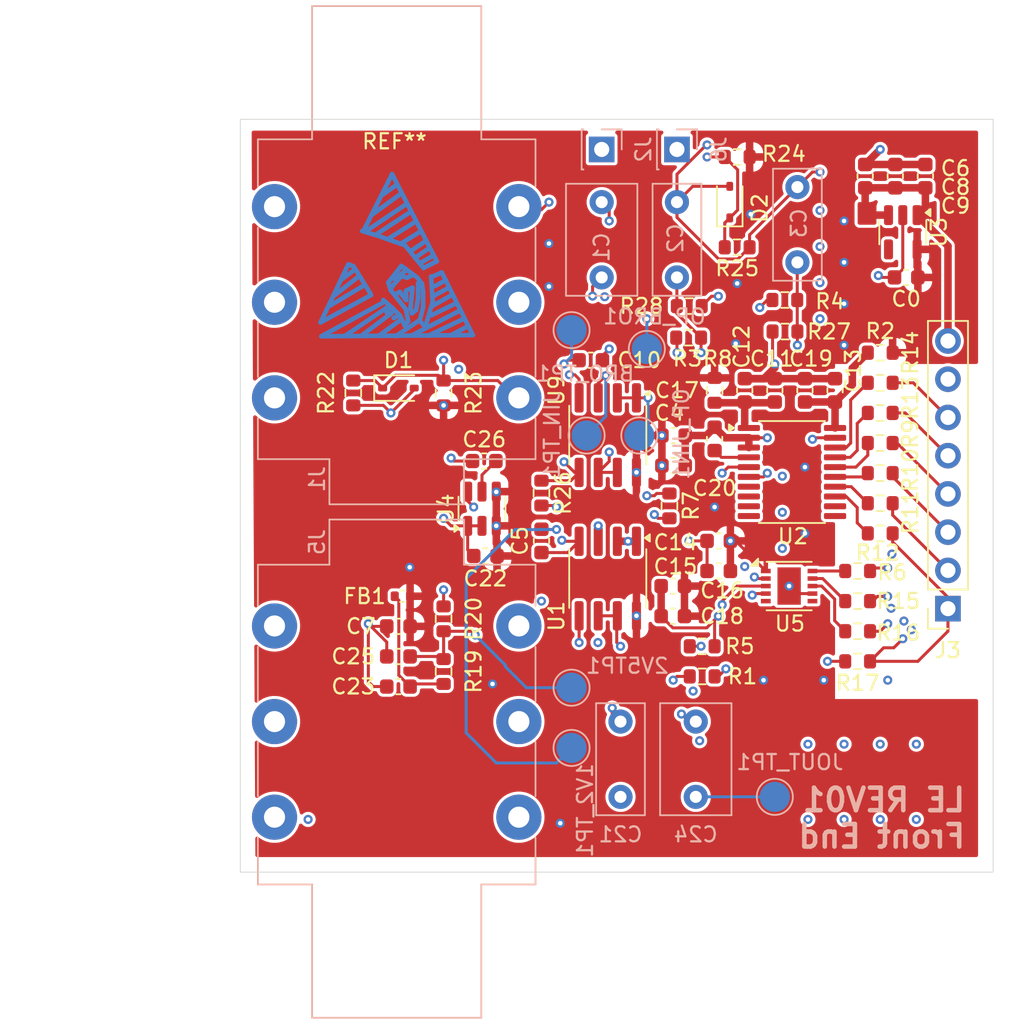
<source format=kicad_pcb>
(kicad_pcb (version 20241229) (generator "pcbnew") (generator_version "9.0")
  (layers (0 "F.Cu" mixed) (4 "In1.Cu" power "GND1") (6 "In2.Cu" mixed "Sig2") (8 "In3.Cu" mixed "Sig3") (10 "In4.Cu" power "GND2") (2 "B.Cu" jumper) (13 "F.Paste" user) (15 "B.Paste" user) (5 "F.SilkS" user "F.Silkscreen") (7 "B.SilkS" user "B.Silkscreen") (1 "F.Mask" user) (3 "B.Mask" user) (25 "Edge.Cuts" user))
  (net 0 "")
  (net 1 "+3V3_Analog")
  (net 2 "GND")
  (net 3 "/U1_REFERENCE_NON-INVERTING")
  (net 4 "/IN+")
  (net 5 "/IN-")
  (net 6 "Vin")
  (net 7 "/U9_input_neg")
  (net 8 "/POS_INPUT_SIG")
  (net 9 "/Neg_input_Header")
  (net 10 "Net-(U2-REFIN+{slash}OUT)")
  (net 11 "/VOUT")
  (net 12 "/SDO")
  (net 13 "/MCLK")
  (net 14 "/SCK")
  (net 15 "/{slash}IRQ")
  (net 16 "/SDI")
  (net 17 "/{slash}CS")
  (net 18 "Net-(U9A-+)")
  (net 19 "/ADC_PWR_AVDD")
  (net 20 "/2V5")
  (net 21 "Net-(U5-SDI)")
  (net 22 "/1V2")
  (net 23 "Net-(U2-SDO)")
  (net 24 "Net-(U2-SDI)")
  (net 25 "Net-(U2-SCK)")
  (net 26 "Net-(U2-*CS)")
  (net 27 "Net-(U2-*IRQ{slash}MDAT)")
  (net 28 "Net-(U2-MCLK)")
  (net 29 "Net-(U5-SCK)")
  (net 30 "Net-(U5-SDO)")
  (net 31 "Net-(U5-*CS)")
  (net 33 "/ADC_PWR_DVDD")
  (net 34 "/U1_INPUT_SIG")
  (net 35 "/2V5_INPUT_FILTER")
  (net 36 "/U1_OUTPUT_SIG")
  (net 37 "/U9_output_neg")
  (net 38 "Net-(U4-NR)")
  (net 47 "/OUTPUT_SIG")
  (net 48 "/U9_output_pos")
  (footprint "Capacitor_SMD:C_0603_1608Metric" (layer "F.Cu") (at 81.697352 134.195882)
    (property "Reference" "C26")
    (property "Value" "0.1u")
  )
  (footprint "Resistor_SMD:R_0603_1608Metric" (layer "F.Cu") (at 79 148.175 90)
    (property "Reference" "R19")
    (property "Value" "2.4k")
  )
  (footprint "Capacitor_SMD:C_0603_1608Metric" (layer "F.Cu") (at 109.725 122 180)
    (property "Reference" "C0")
    (property "Value" "1u")
  )
  (footprint "Capacitor_SMD:C_0603_1608Metric" (layer "F.Cu") (at 109 115.275 90)
    (property "Reference" "C8")
    (property "Value" "0.1u")
  )
  (footprint "Capacitor_SMD:C_0603_1608Metric" (layer "F.Cu") (at 76.00097 147.175)
    (property "Reference" "C25")
    (property "Value" "0.1u")
  )
  (footprint "Resistor_SMD:R_0402_1005Metric" (layer "F.Cu") (at 76.265 143.175 180)
    (property "Reference" "FB1")
    (property "Value" "FerriteBead_Small")
  )
  (footprint "Resistor_SMD:R_0603_1608Metric" (layer "F.Cu") (at 106.5 147.5 180)
    (property "Reference" "R17")
    (property "Value" "33")
  )
  (footprint "Diode_SMD:D_SOD-323" (layer "F.Cu") (at 76 129.35)
    (property "Reference" "D1")
    (property "Value" "TSD05CDYFR")
  )
  (footprint "Resistor_SMD:R_0603_1608Metric" (layer "F.Cu") (at 101.662928 123.5)
    (property "Reference" "R4")
    (property "Value" "100")
  )
  (footprint "Resistor_SMD:R_0603_1608Metric" (layer "F.Cu") (at 85.5 136.325 -90)
    (property "Reference" "R26")
    (property "Value" "1k")
  )
  (footprint "Capacitor_SMD:C_0603_1608Metric" (layer "F.Cu") (at 94.275 134.5 180)
    (property "Reference" "C4")
    (property "Value" "0.1u")
  )
  (footprint "Capacitor_SMD:C_0603_1608Metric" (layer "F.Cu") (at 107 115.275 90)
    (property "Reference" "C6")
    (property "Value" "10u")
  )
  (footprint "Capacitor_SMD:C_0603_1608Metric" (layer "F.Cu") (at 88.775 127.5 180)
    (property "Reference" "C10")
    (property "Value" "1u")
  )
  (footprint "Resistor_SMD:R_0603_1608Metric" (layer "F.Cu") (at 95.275 126)
    (property "Reference" "R3")
    (property "Value" "100")
  )
  (footprint "Resistor_SMD:R_0603_1608Metric" (layer "F.Cu") (at 106.5 141.5 180)
    (property "Reference" "R6")
    (property "Value" "33")
  )
  (footprint "Capacitor_SMD:C_0603_1608Metric" (layer "F.Cu") (at 111 115.275 90)
    (property "Reference" "C9")
    (property "Value" "10u")
  )
  (footprint "Capacitor_SMD:C_0603_1608Metric" (layer "F.Cu") (at 76.00097 145.175)
    (property "Reference" "C7")
    (property "Value" "1u")
  )
  (footprint "Diode_SMD:D_SOD-323" (layer "F.Cu") (at 98.005954 117 90)
    (property "Reference" "D2")
    (property "Value" "TSD05CDYFR")
  )
  (footprint "Resistor_SMD:R_0603_1608Metric" (layer "F.Cu") (at 96.175 146.5)
    (property "Reference" "R5")
    (property "Value" "1Meg")
  )
  (footprint "Resistor_SMD:R_0603_1608Metric" (layer "F.Cu") (at 97 129.5 -90)
    (property "Reference" "R8")
    (property "Value" "0")
  )
  (footprint "Capacitor_SMD:C_0603_1608Metric" (layer "F.Cu") (at 105 129.5 -90)
    (property "Reference" "C13")
    (property "Value" "0.1u")
  )
  (footprint "Resistor_SMD:R_0603_1608Metric" (layer "F.Cu") (at 98.5 120)
    (property "Reference" "R25")
    (property "Value" "1Meg")
  )
  (footprint "Resistor_SMD:R_0603_1608Metric" (layer "F.Cu") (at 108 129 180)
    (property "Reference" "R14")
    (property "Value" "33")
  )
  (footprint "Resistor_SMD:R_0603_1608Metric" (layer "F.Cu") (at 106.5 145.5 180)
    (property "Reference" "R16")
    (property "Value" "33")
  )
  (footprint "Package_SO:SOIC-8_3.9x4.9mm_P1.27mm" (layer "F.Cu") (at 89.905 132.475 -90)
    (property "Reference" "U9")
    (property "Value" "LME49721")
  )
  (footprint "Capacitor_SMD:C_0603_1608Metric" (layer "F.Cu") (at 94.225 144.5)
    (property "Reference" "C18")
    (property "Value" "0.1u")
  )
  (footprint "Capacitor_SMD:C_0603_1608Metric" (layer "F.Cu") (at 97.275 141.5)
    (property "Reference" "C15")
    (property "Value" "0.1u")
  )
  (footprint "Resistor_SMD:R_0603_1608Metric" (layer "F.Cu") (at 79 144.675 90)
    (property "Reference" "R20")
    (property "Value" "7.5k")
  )
  (footprint "Resistor_SMD:R_0603_1608Metric" (layer "F.Cu") (at 108 133 180)
    (property "Reference" "R9")
    (property "Value" "33")
  )
  (footprint "Resistor_SMD:R_0603_1608Metric" (layer "F.Cu") (at 98.5 114 180)
    (property "Reference" "R24")
    (property "Value" "1Meg")
  )
  (footprint "Resistor_SMD:R_0603_1608Metric" (layer "F.Cu") (at 106.5 143.5 180)
    (property "Reference" "R15")
    (property "Value" "33")
  )
  (footprint "Capacitor_SMD:C_0603_1608Metric" (layer "F.Cu") (at 76 149.175)
    (property "Reference" "C23")
    (property "Value" "0.1u")
  )
  (footprint "Resistor_SMD:R_0603_1608Metric" (layer "F.Cu") (at 96.175 148.5 180)
    (property "Reference" "R1")
    (property "Value" "100")
  )
  (footprint "Resistor_SMD:R_0603_1608Metric" (layer "F.Cu") (at 108 127)
    (property "Reference" "R2")
    (property "Value" "0")
  )
  (footprint "Capacitor_SMD:C_0603_1608Metric" (layer "F.Cu") (at 97 132.725 -90)
    (property "Reference" "C20")
    (property "Value" "0.1u")
  )
  (footprint "Resistor_SMD:R_0603_1608Metric" (layer "F.Cu") (at 108 131 180)
    (property "Reference" "R13")
    (property "Value" "33")
  )
  (footprint "Resistor_SMD:R_0603_1608Metric" (layer "F.Cu") (at 108 139 180)
    (property "Reference" "R12")
    (property "Value" "33")
  )
  (footprint "Package_SO:TSSOP-20_4.4x6.5mm_P0.65mm" (layer "F.Cu") (at 102.1375 134.925)
    (property "Reference" "U2")
    (property "Value" "MCP3461RT-E/ST")
  )
  (footprint "Package_DFN_QFN:DFN-10-1EP_3x3mm_P0.5mm_EP1.55x2.48mm" (layer "F.Cu") (at 101.95 142.5)
    (property "Reference" "U5")
    (property "Value" "MCP48CVD21T-E/MF")
  )
  (footprint "Capacitor_SMD:C_0603_1608Metric" (layer "F.Cu") (at 99 129.5 -90)
    (property "Reference" "C12")
    (property "Value" "0.1u")
  )
  (footprint "Resistor_SMD:R_0603_1608Metric" (layer "F.Cu") (at 73 129.675 -90)
    (property "Reference" "R22")
    (property "Value" "1Meg")
  )
  (footprint "Resistor_SMD:R_0603_1608Metric" (layer "F.Cu") (at 108 137 180)
    (property "Reference" "R11")
    (property "Value" "33")
  )
  (footprint "Resistor_SMD:R_0603_1608Metric" (layer "F.Cu") (at 95.319223 123.905259 180)
    (property "Reference" "R28")
    (property "Value" "10k")
  )
  (footprint "Connector_PinSocket_2.54mm:PinSocket_1x08_P2.54mm_Vertical" (layer "F.Cu") (at 112.5 144 180)
    (property "Reference" "J3")
    (property "Value" "Conn_01x06")
  )
  (footprint "Capacitor_SMD:C_0603_1608Metric" (layer "F.Cu") (at 94.275 132.5 180)
    (property "Reference" "C17")
    (property "Value" "0.1u")
  )
  (footprint "Package_TO_SOT_SMD:SOT-23-5" (layer "F.Cu") (at 109.5 119 -90)
    (property "Reference" "U3")
    (property "Value" "NCP163ASN330T1G")
  )
  (footprint "Resistor_SMD:R_0603_1608Metric" (layer "F.Cu") (at 108 135 180)
    (property "Reference" "R10")
    (property "Value" "33")
  )
  (footprint "Symbol:Symbol_ESD-Logo_CopperTop" (layer "F.Cu") (at 75.78975 122.5189)
    (property "Reference" "REF**")
    (property "Value" "Symbol_ESD-Logo_CopperTop")
  )
  (footprint "Resistor_SMD:R_0603_1608Metric" (layer "F.Cu") (at 79 129.675 90)
    (property "Reference" "R23")
    (property "Value" "1Meg")
  )
  (footprint "Capacitor_SMD:C_0603_1608Metric" (layer "F.Cu") (at 94.225 142.5)
    (property "Reference" "C16")
    (property "Value" "0.1u")
  )
  (footprint "Resistor_SMD:R_0603_1608Metric" (layer "F.Cu") (at 101.675 125.594741)
    (property "Reference" "R27")
    (property "Value" "10k")
  )
  (footprint "Package_TO_SOT_SMD:SOT-23-6" (layer "F.Cu") (at 81.55 137.3625 90)
    (property "Reference" "U4")
    (property "Value" "REF35120QDBVR")
  )
  (footprint "Resistor_SMD:R_0603_1608Metric" (layer "F.Cu") (at 94 137.175 -90)
    (property "Reference" "R7")
    (property "Value" "1k")
  )
  (footprint "Capacitor_SMD:C_0603_1608Metric" (layer "F.Cu") (at 97.275 139.5)
    (property "Reference" "C14")
    (property "Value" "10u")
  )
  (footprint "Capacitor_SMD:C_0603_1608Metric" (layer "F.Cu") (at 103 129.5 -90)
    (property "Reference" "C19")
    (property "Value" "0.1u")
  )
  (footprint "Package_SO:SOIC-8_3.9x4.9mm_P1.27mm" (layer "F.Cu") (at 89.905 142 -90)
    (property "Reference" "U1")
    (property "Value" "LME49721")
  )
  (footprint "Capacitor_SMD:C_0603_1608Metric" (layer "F.Cu") (at 101 129.5 -90)
    (property "Reference" "C11")
    (property "Value" "0.1u")
  )
  (footprint "Capacitor_SMD:C_0603_1608Metric" (layer "F.Cu") (at 85.5 139.5 90)
    (property "Reference" "C5")
    (property "Value" "1u")
  )
  (footprint "Capacitor_SMD:C_0603_1608Metric" (layer "F.Cu") (at 81.775 140.5)
    (property "Reference" "C22")
    (property "Value" "0.1u")
  )
  (footprint "Capacitor_THT:C_Rect_L7.2mm_W3.0mm_P5.00mm_FKS2_FKP2_MKS2_MKP2" (layer "B.Cu") (at 94.5 117 -90)
    (property "Reference" "C2")
    (property "Value" "47n")
  )
  (footprint "Connector_Audio:Jack_6.35mm_Neutrik_NMJ6HFD2_Horizontal" (layer "B.Cu") (at 67.77 145.15 -90)
    (property "Reference" "J5")
    (property "Value" "Barrel_Jack")
  )
  (footprint "TestPoint:TestPoint_Pad_D2.0mm" (layer "B.Cu") (at 88.5 132.5 180)
    (property "Reference" "JIN_TP1")
    (property "Value" "TestPoint")
  )
  (footprint "Capacitor_THT:C_Rect_L7.2mm_W3.0mm_P5.00mm_FKS2_FKP2_MKS2_MKP2" (layer "B.Cu") (at 90.75 156.5 90)
    (property "Reference" "C21")
    (property "Value" "0.1u")
  )
  (footprint "Capacitor_THT:C_Rect_L7.2mm_W4.5mm_P5.00mm_FKS2_FKP2_MKS2_MKP2" (layer "B.Cu") (at 95.75 151.5 -90)
    (property "Reference" "C24")
    (property "Value" "1u")
  )
  (footprint "Connector_Audio:Jack_6.35mm_Neutrik_NMJ6HFD2_Horizontal" (layer "B.Cu") (at 84 130 90)
    (property "Reference" "J1")
    (property "Value" "Barrel_Jack")
  )
  (footprint "TestPoint:TestPoint_Pad_D2.0mm" (layer "B.Cu") (at 87.5 153.25 180)
    (property "Reference" "1V2_TP1")
    (property "Value" "TestPoint")
  )
  (footprint "TestPoint:TestPoint_Pad_D2.0mm" (layer "B.Cu") (at 92.5 126.75 180)
    (property "Reference" "OP_BRO1")
    (property "Value" "TestPoint")
  )
  (footprint "TestPoint:TestPoint_Pad_D2.0mm" (layer "B.Cu") (at 101 156.5 180)
    (property "Reference" "JOUT_TP1")
    (property "Value" "TestPoint")
  )
  (footprint "TestPoint:TestPoint_Pad_D2.0mm" (layer "B.Cu") (at 87.5 149.25 180)
    (property "Reference" "2V5TP1")
    (property "Value" "TestPoint")
  )
  (footprint "Capacitor_THT:C_Rect_L7.2mm_W4.5mm_P5.00mm_FKS2_FKP2_MKS2_MKP2" (layer "B.Cu") (at 89.5 122 90)
    (property "Reference" "C1")
    (property "Value" "1u")
  )
  (footprint "TestPoint:TestPoint_Pad_D2.0mm" (layer "B.Cu") (at 87.5 125.5 180)
    (property "Reference" "BRO_TP1")
    (property "Value" "TestPoint")
  )
  (footprint "Connector_PinSocket_2.54mm:PinSocket_1x01_P2.54mm_Vertical" (layer "B.Cu") (at 89.5 113.5 90)
    (property "Reference" "J2")
    (property "Value" "Conn_01x01")
  )
  (footprint "Capacitor_THT:C_Rect_L7.2mm_W3.0mm_P5.00mm_FKS2_FKP2_MKS2_MKP2" (layer "B.Cu") (at 102.5 116 -90)
    (property "Reference" "C3")
    (property "Value" "47n")
  )
  (footprint "Connector_PinSocket_2.54mm:PinSocket_1x01_P2.54mm_Vertical" (layer "B.Cu") (at 94.5 113.5 90)
    (property "Reference" "J6")
    (property "Value" "Conn_01x01")
  )
  (footprint "TestPoint:TestPoint_Pad_D2.0mm" (layer "B.Cu") (at 92 132.5 180)
    (property "Reference" "OP_JIN1")
    (property "Value" "TestPoint")
  )
  (gr_rect (start 65.5 111.5) (end 115.5 161.5) (stroke (width 0.05)) (fill no) (layer "Edge.Cuts"))
  (gr_text "LE REV01 \nFront End\n" (at 113.8 160 0) (layer "B.SilkS") (effects (font (size 1.5 1.5) (thickness 0.3) (bold yes)) (justify left bottom mirror)))
  (segment (start 98.5 139.5) (end 98.5 139.25) (width 0.2) (layer "F.Cu") (net 1))
  (segment (start 76.775 143.175) (end 76.775 145.17403) (width 0.2) (layer "F.Cu") (net 1))
  (segment (start 76.775 145.17403) (end 76.77597 145.175) (width 0.2) (layer "F.Cu") (net 1))
  (segment (start 93.5 134.5) (end 93.5 132.5) (width 0.2) (layer "F.Cu") (net 1))
  (segment (start 98.05 139.5) (end 98.05 141.5) (width 0.2) (layer "F.Cu") (net 1))
  (segment (start 100.4 141.5) (end 100.5 141.5) (width 0.2) (layer "F.Cu") (net 1))
  (segment (start 82.5 136.225) (end 82.5 136.25) (width 0.2) (layer "F.Cu") (net 1))
  (segment (start 98.05 139.5) (end 98.4 139.5) (width 0.2) (layer "F.Cu") (net 1))
  (segment (start 98.4 139.5) (end 100.4 141.5) (width 0.2) (layer "F.Cu") (net 1))
  (via (at 82.5 136.25) (size 0.6) (drill 0.3) (layers "F.Cu" "B.Cu") (net 1))
  (via (at 104.25 148.75) (size 0.6) (drill 0.3) (layers "F.Cu" "B.Cu") (net 1))
  (via (at 105.6 118.25) (size 0.6) (drill 0.3) (layers "F.Cu" "B.Cu") (net 1))
  (via (at 105.6 121) (size 0.6) (drill 0.3) (layers "F.Cu" "B.Cu") (net 1))
  (via (at 86.75 158.25) (size 0.6) (drill 0.3) (layers "F.Cu" "B.Cu") (net 1))
  (via (at 98.4 126.4) (size 0.6) (drill 0.3) (layers "F.Cu" "B.Cu") (net 1))
  (via (at 103 134.6) (size 0.6) (drill 0.3) (layers "F.Cu" "B.Cu") (net 1))
  (via (at 105.6 126.5) (size 0.6) (drill 0.3) (layers "F.Cu" "B.Cu") (net 1))
  (via (at 91.81 144.475) (size 0.6) (drill 0.3) (layers "F.Cu" "B.Cu") (net 1))
  (via (at 98.05 139.5) (size 0.6) (drill 0.3) (layers "F.Cu" "B.Cu") (net 1))
  (via (at 79 130.5) (size 0.6) (drill 0.3) (layers "F.Cu" "B.Cu") (net 1))
  (via (at 98.5 122.4) (size 0.6) (drill 0.3) (layers "F.Cu" "B.Cu") (net 1))
  (via (at 91.81 134.95) (size 0.6) (drill 0.3) (layers "F.Cu" "B.Cu") (net 1))
  (via (at 105.6 123.75) (size 0.6) (drill 0.3) (layers "F.Cu" "B.Cu") (net 1))
  (via (at 100.25 148.75) (size 0.6) (drill 0.3) (layers "F.Cu" "B.Cu") (net 1))
  (via (at 93.5 132.5) (size 0.6) (drill 0.3) (layers "F.Cu" "B.Cu") (net 1))
  (via (at 86 119.75) (size 0.6) (drill 0.3) (layers "F.Cu" "B.Cu") (net 1))
  (via (at 86 122.6) (size 0.6) (drill 0.3) (layers "F.Cu" "B.Cu") (net 1))
  (via (at 108.5 148.75) (size 0.6) (drill 0.3) (layers "F.Cu" "B.Cu") (net 1))
  (via (at 82.25 149) (size 0.6) (drill 0.3) (layers "F.Cu" "B.Cu") (net 1))
  (via (at 97 137.25) (size 0.6) (drill 0.3) (layers "F.Cu" "B.Cu") (net 1))
  (via (at 76.75 141.25) (size 0.6) (drill 0.3) (layers "F.Cu" "B.Cu") (net 1))
  (via (at 93.5 134.5) (size 0.6) (drill 0.3) (layers "F.Cu" "B.Cu") (net 1))
  (via (at 82.5 138.5) (size 0.6) (drill 0.3) (layers "F.Cu" "B.Cu") (net 1))
  (via (at 103 139) (size 0.6) (drill 0.3) (layers "F.Cu" "B.Cu") (net 1))
  (via (at 99.4 117.8) (size 0.6) (drill 0.3) (layers "F.Cu" "B.Cu") (net 1))
  (segment (start 100.275 128.725) (end 99 128.725) (width 0.5) (layer "F.Cu") (net 2))
  (segment (start 87.357772 128.465544) (end 87.715544 128.465544) (width 0.2) (layer "F.Cu") (net 2))
  (segment (start 84.2 117.5) (end 84 117.3) (width 0.2) (layer "F.Cu") (net 2))
  (segment (start 74 145) (end 74 148.85) (width 0.2) (layer "F.Cu") (net 2))
  (segment (start 96.45006 113.199997) (end 94.5 115.150057) (width 0.2) (layer "F.Cu") (net 2))
  (segment (start 81.55 138.5) (end 80.6 138.5) (width 0.2) (layer "F.Cu") (net 2))
  (segment (start 109.5 121.45) (end 108.95 122) (width 0.2) (layer "F.Cu") (net 2))
  (segment (start 85.5 117.5) (end 84.2 117.5) (width 0.2) (layer "F.Cu") (net 2))
  (segment (start 96.45 132.5) (end 97 131.95) (width 0.5) (layer "F.Cu") (net 2))
  (segment (start 88 128.75) (end 88 130) (width 0.2) (layer "F.Cu") (net 2))
  (segment (start 100.5 132.65) (end 99.275 132.65) (width 0.2) (layer "F.Cu") (net 2))
  (segment (start 75.22597 147.175) (end 75.22597 146.22597) (width 0.2) (layer "F.Cu") (net 2))
  (segment (start 103.6 132.65) (end 103.5 132.75) (width 0.2) (layer "F.Cu") (net 2))
  (segment (start 96.5 113.199997) (end 96.45006 113.199997) (width 0.2) (layer "F.Cu") (net 2))
  (segment (start 75.22597 145.175) (end 74.175 145.175) (width 0.2) (layer "F.Cu") (net 2))
  (segment (start 99.325 119.175) (end 102.5 116) (width 0.2) (layer "F.Cu") (net 2))
  (segment (start 103.5 143) (end 102.45 143) (width 0.2) (layer "F.Cu") (net 2))
  (segment (start 109.5 117.8625) (end 109.5 121.45) (width 0.2) (layer "F.Cu") (net 2))
  (segment (start 95.05 132.5) (end 95.05 134.5) (width 0.5) (layer "F.Cu") (net 2))
  (segment (start 87 140.275) (end 85.5 140.275) (width 0.2) (layer "F.Cu") (net 2))
  (segment (start 99.275 132.65) (end 99.275 133.3) (width 0.5) (layer "F.Cu") (net 2))
  (segment (start 95.05 132.5) (end 96.45 132.5) (width 0.5) (layer "F.Cu") (net 2))
  (segment (start 88 139.525) (end 87.25 140.275) (width 0.2) (layer "F.Cu") (net 2))
  (segment (start 94.5 117) (end 94.5 118.014064) (width 0.2) (layer "F.Cu") (net 2))
  (segment (start 97 131.95) (end 97.7 132.65) (width 0.5) (layer "F.Cu") (net 2))
  (segment (start 97 144.75) (end 97.25 144.5) (width 0.2) (layer "F.Cu") (net 2))
  (segment (start 99 128.725) (end 105 128.725) (width 0.5) (layer "F.Cu") (net 2))
  (segment (start 102.5 116) (end 103.5 115) (width 0.2) (layer "F.Cu") (net 2))
  (segment (start 86 117) (end 85.5 117.5) (width 0.2) (layer "F.Cu") (net 2))
  (segment (start 95.55 115.95) (end 94.5 117) (width 0.2) (layer "F.Cu") (net 2))
  (segment (start 102.45 143) (end 101.95 142.5) (width 0.2) (layer "F.Cu") (net 2))
  (segment (start 101 127.75) (end 101 128) (width 0.5) (layer "F.Cu") (net 2))
  (segment (start 95.3 139.5) (end 96.5 139.5) (width 0.2) (layer "F.Cu") (net 2))
  (segment (start 100.85 127.6) (end 100.85 125.594741) (width 0.2) (layer "F.Cu") (net 2))
  (segment (start 74.175 145.175) (end 74 145) (width 0.2) (layer "F.Cu") (net 2))
  (segment (start 94.226 145.276) (end 96.474 145.276) (width 0.2) (layer "F.Cu") (net 2))
  (segment (start 79.5 138.5) (end 79 138) (width 0.2) (layer "F.Cu") (net 2))
  (segment (start 108 122) (end 108.95 122) (width 0.2) (layer "F.Cu") (net 2))
  (segment (start 99.325 120) (end 99.325 119.175) (width 0.2) (layer "F.Cu") (net 2))
  (segment (start 75.22597 146.22597) (end 74 145) (width 0.2) (layer "F.Cu") (net 2))
  (segment (start 93.45 142.5) (end 93.45 144.5) (width 0.5) (layer "F.Cu") (net 2))
  (segment (start 88 139.525) (end 86.920676 139.525) (width 0.2) (layer "F.Cu") (net 2))
  (segment (start 105 132.65) (end 103.6 132.65) (width 0.2) (layer "F.Cu") (net 2))
  (segment (start 96.474 145.276) (end 97.25 144.5) (width 0.2) (layer "F.Cu") (net 2))
  (segment (start 77.05 129.35) (end 77.05 129.45) (width 0.2) (layer "F.Cu") (net 2))
  (segment (start 73 130.5) (end 75 130.5) (width 0.2) (layer "F.Cu") (net 2))
  (segment (start 80.6 138.5) (end 80.6 140.1) (width 0.2) (layer "F.Cu") (net 2))
  (segment (start 93.45 144.5) (end 94.226 145.276) (width 0.2) (layer "F.Cu") (net 2))
  (segment (start 96.5 141.5) (end 96.5 139.5) (width 0.2) (layer "F.Cu") (net 2))
  (segment (start 80.6 140.1) (end 81 140.5) (width 0.2) (layer "F.Cu") (net 2))
  (segment (start 86.920676 139.525) (end 86.853108 139.457432) (width 0.2) (layer "F.Cu") (net 2))
  (segment (start 87.715544 128.465544) (end 88 128.75) (width 0.2) (layer "F.Cu") (net 2))
  (segment (start 80.6 138.5) (end 79.5 138.5) (width 0.2) (layer "F.Cu") (net 2))
  (segment (start 80.922352 134.195882) (end 79.695882 134.195882) (width 0.2) (layer "F.Cu") (net 2))
  (segment (start 98.005954 115.95) (end 95.55 115.95) (width 0.2) (layer "F.Cu") (net 2))
  (segment (start 74 148.85) (end 74.325 149.175) (width 0.2) (layer "F.Cu") (net 2))
  (segment (start 96.799482 123.25) (end 96.144223 123.905259) (width 0.2) (layer "F.Cu") (net 2))
  (segment (start 97.261936 120.776) (end 98.549 120.776) (width 0.2) (layer "F.Cu") (net 2))
  (segment (start 107.875 121.875) (end 108 122) (width 0.2) (layer "F.Cu") (net 2))
  (segment (start 97.25 123.25) (end 96.799482 123.25) (width 0.2) (layer "F.Cu") (net 2))
  (segment (start 97 146.5) (end 97 144.75) (width 0.2) (layer "F.Cu") (net 2))
  (segment (start 79 143.85) (end 79 142.75) (width 0.2) (layer "F.Cu") (net 2))
  (segment (start 107 114.5) (end 111 114.5) (width 0.5) (layer "F.Cu") (net 2))
  (segment (start 97.7 132.65) (end 99.275 132.65) (width 0.5) (layer "F.Cu") (net 2))
  (segment (start 98.549 120.776) (end 99.325 120) (width 0.2) (layer "F.Cu") (net 2))
  (segment (start 87.25 140.275) (end 87 140.275) (width 0.2) (layer "F.Cu") (net 2))
  (segment (start 101 127.75) (end 100.85 127.6) (width 0.2) (layer "F.Cu") (net 2))
  (segment (start 101 128) (end 100.275 128.725) (width 0.5) (layer "F.Cu") (net 2))
  (segment (start 94.5 118.014064) (end 97.261936 120.776) (width 0.2) (layer "F.Cu") (net 2))
  (segment (start 94.5 115.150057) (end 94.5 117) (width 0.2) (layer "F.Cu") (net 2))
  (segment (start 74.325 149.175) (end 75.225 149.175) (width 0.2) (layer "F.Cu") (net 2))
  (segment (start 103.5 115) (end 104 115) (width 0.2) (layer "F.Cu") (net 2))
  (segment (start 75 130.5) (end 75.5 131) (width 0.2) (layer "F.Cu") (net 2))
  (segment (start 77.05 129.45) (end 75.5 131) (width 0.2) (layer "F.Cu") (net 2))
  (segment (start 79.695882 134.195882) (end 79.5 134) (width 0.2) (layer "F.Cu") (net 2))
  (segment (start 108 113.5) (end 107 114.5) (width 0.5) (layer "F.Cu") (net 2))
  (via (at 97.25 123.25) (size 0.6) (drill 0.3) (layers "F.Cu" "B.Cu") (net 2))
  (via (at 101.5 135.2) (size 0.6) (drill 0.3) (layers "F.Cu" "B.Cu") (net 2))
  (via (at 96.004952 152.774758) (size 0.6) (drill 0.3) (layers "F.Cu" "B.Cu") (net 2))
  (via (at 105.6 153) (size 0.6) (drill 0.3) (layers "F.Cu" "B.Cu") (net 2))
  (via (at 75.5 131) (size 0.6) (drill 0.3) (layers "F.Cu" "B.Cu") (net 2))
  (via (at 108.725705 143.975705) (size 0.6) (drill 0.3) (layers "F.Cu" "B.Cu") (net 2))
  (via (at 99 141.2) (size 0.6) (drill 0.3) (layers "F.Cu" "B.Cu") (net 2))
  (via (at 108.77647 140.375) (size 0.6) (drill 0.3) (layers "F.Cu" "B.Cu") (net 2))
  (via (at 95.3 139.5) (size 0.6) (drill 0.3) (layers "F.Cu" "B.Cu") (net 2))
  (via (at 101 127.75) (size 0.6) (drill 0.3) (layers "F.Cu" "B.Cu") (net 2))
  (via (at 74 145) (size 0.6) (drill 0.3) (layers "F.Cu" "B.Cu") (net 2))
  (via (at 86 117) (size 0.6) (drill 0.3) (layers "F.Cu" "B.Cu") (net 2))
  (via (at 79 142.75) (size 0.6) (drill 0.3) (layers "F.Cu" "B.Cu") (net 2))
  (via (at 108 113.5) (size 0.6) (drill 0.3) (layers "F.Cu" "B.Cu") (net 2))
  (via (at 104 119.95) (size 0.6) (drill 0.3) (layers "F.Cu" "B.Cu") (net 2))
  (via (at 101.95 142.5) (size 0.6) (drill 0.3) (layers "F.Cu" "B.Cu") (net 2))
  (via (at 109.574235 144.824235) (size 0.6) (drill 0.3) (layers "F.Cu" "B.Cu") (net 2))
  (via (at 70 158) (size 0.6) (drill 0.3) (layers "F.Cu" "B.Cu") (net 2))
  (via (at 87.357772 128.465544) (size 0.6) (drill 0.3) (layers "F.Cu" "B.Cu") (net 2))
  (via (at 107.875 121.875) (size 0.6) (drill 0.3) (layers "F.Cu" "B.Cu") (net 2))
  (via (at 89.699999 123.284524) (size 0.6) (drill 0.3) (layers "F.Cu" "B.Cu") (net 2))
  (via (at 79 138) (size 0.6) (drill 0.3) (layers "F.Cu" "B.Cu") (net 2))
  (via (at 95.573514 149.474986) (size 0.6) (drill 0.3) (layers "F.Cu" "B.Cu") (net 2))
  (via (at 108 153) (size 0.6) (drill 0.3) (layers "F.Cu" "B.Cu") (net 2))
  (via (at 103.2 158) (size 0.6) (drill 0.3) (layers "F.Cu" "B.Cu") (net 2))
  (via (at 103.2 153) (size 0.6) (drill 0.3) (layers "F.Cu" "B.Cu") (net 2))
  (via (at 104 122.35) (size 0.6) (drill 0.3) (layers "F.Cu" "B.Cu") (net 2))
  (via (at 110.065687 145.4) (size 0.6) (drill 0.3) (layers "F.Cu" "B.Cu") (net 2))
  (via (at 89.25 146.25) (size 0.6) (drill 0.3) (layers "F.Cu" "B.Cu") (net 2))
  (via (at 97.25 144.5) (size 0.6) (drill 0.3) (layers "F.Cu" "B.Cu") (net 2))
  (via (at 104 115) (size 0.6) (drill 0.3) (layers "F.Cu" "B.Cu") (net 2))
  (via (at 85.5 143.5) (size 0.6) (drill 0.3) (layers "F.Cu" "B.Cu") (net 2))
  (via (at 110.4 158) (size 0.6) (drill 0.3) (layers "F.Cu" "B.Cu") (net 2))
  (via (at 101.5 137.6) (size 0.6) (drill 0.3) (layers "F.Cu" "B.Cu") (net 2))
  (via (at 96.5 113.199997) (size 0.6) (drill 0.3) (layers "F.Cu" "B.Cu") (net 2))
  (via (at 101.5 140) (size 0.6) (drill 0.3) (layers "F.Cu" "B.Cu") (net 2))
  (via (at 104 117.55) (size 0.6) (drill 0.3) (layers "F.Cu" "B.Cu") (net 2))
  (via (at 103.5 132.75) (size 0.6) (drill 0.3) (layers "F.Cu" "B.Cu") (net 2))
  (via (at 108 158) (size 0.6) (drill 0.3) (layers "F.Cu" "B.Cu") (net 2))
  (via (at 110.4 153) (size 0.6) (drill 0.3) (layers "F.Cu" "B.Cu") (net 2))
  (via (at 104 124.75) (size 0.6) (drill 0.3) (layers "F.Cu" "B.Cu") (net 2))
  (via (at 86.853108 139.457432) (size 0.6) (drill 0.3) (layers "F.Cu" "B.Cu") (net 2))
  (via (at 100.5 132.65) (size 0.6) (drill 0.3) (layers "F.Cu" "B.Cu") (net 2))
  (via (at 105.6 158) (size 0.6) (drill 0.3) (layers "F.Cu" "B.Cu") (net 2))
  (via (at 80 128.1) (size 0.6) (drill 0.3) (layers "F.Cu" "B.Cu") (net 2))
  (via (at 79.5 134) (size 0.6) (drill 0.3) (layers "F.Cu" "B.Cu") (net 2))
  (segment (start 89.27 138.5) (end 89.27 139.525) (width 0.2) (layer "F.Cu") (net 3))
  (segment (start 85.275 138.5) (end 85.516051 138.741051) (width 0.2) (layer "F.Cu") (net 3))
  (segment (start 80.6 136.225) (end 80.6 136.851842) (width 0.2) (layer "F.Cu") (net 3))
  (segment (start 80.6 136.851842) (end 80.999228 137.25107) (width 0.2) (layer "F.Cu") (net 3))
  (segment (start 85.516051 138.741051) (end 86.497017 138.741051) (width 0.2) (layer "F.Cu") (net 3))
  (via (at 80.999228 137.25107) (size 0.6) (drill 0.3) (layers "F.Cu" "B.Cu") (net 3))
  (via (at 89.27 138.5) (size 0.6) (drill 0.3) (layers "F.Cu" "B.Cu") (net 3))
  (via (at 86.497017 138.741051) (size 0.6) (drill 0.3) (layers "F.Cu" "B.Cu") (net 3))
  (segment (start 83.75 138.75) (end 80.5 142) (width 0.2) (layer "B.Cu") (net 3))
  (segment (start 86.5 154.25) (end 82.5 154.25) (width 0.2) (layer "B.Cu") (net 3))
  (segment (start 82.5 154.25) (end 80.5 152.25) (width 0.2) (layer "B.Cu") (net 3))
  (segment (start 87.5 153.25) (end 86.5 154.25) (width 0.2) (layer "B.Cu") (net 3))
  (segment (start 86.497017 138.741051) (end 85.483949 138.741051) (width 0.2) (layer "B.Cu") (net 3))
  (segment (start 85.475 138.75) (end 83.75 138.75) (width 0.2) (layer "B.Cu") (net 3))
  (segment (start 80.5 142) (end 80.5 152.25) (width 0.2) (layer "B.Cu") (net 3))
  (segment (start 85.483949 138.741051) (end 85.475 138.75) (width 0.2) (layer "B.Cu") (net 3))
  (segment (start 96.1 127) (end 96.1 126) (width 0.2) (layer "F.Cu") (net 4))
  (segment (start 94.494223 122.005777) (end 94.5 122) (width 0.2) (layer "F.Cu") (net 4))
  (segment (start 97.9 134.6) (end 97.5 135) (width 0.2) (layer "F.Cu") (net 4))
  (segment (start 99.275 134.6) (end 97.9 134.6) (width 0.2) (layer "F.Cu") (net 4))
  (segment (start 94.494223 123.905259) (end 94.494223 122.005777) (width 0.2) (layer "F.Cu") (net 4))
  (segment (start 94.494223 124.394223) (end 96.1 126) (width 0.2) (layer "F.Cu") (net 4))
  (segment (start 94.494223 123.905259) (end 94.494223 124.394223) (width 0.2) (layer "F.Cu") (net 4))
  (via (at 97.5 135) (size 0.6) (drill 0.3) (layers "F.Cu" "B.Cu") (net 4))
  (via (at 96.1 127) (size 0.6) (drill 0.3) (layers "F.Cu" "B.Cu") (net 4))
  (segment (start 102.487928 123.5) (end 102.487928 125.582669) (width 0.2) (layer "F.Cu") (net 5))
  (segment (start 102.5 126.5) (end 102.5 125.594741) (width 0.2) (layer "F.Cu") (net 5))
  (segment (start 102.487928 121.012072) (end 102.5 121) (width 0.2) (layer "F.Cu") (net 5))
  (segment (start 100.25 135.25) (end 100.5 135) (width 0.2) (layer "F.Cu") (net 5))
  (segment (start 102.487928 123.5) (end 102.487928 121.012072) (width 0.2) (layer "F.Cu") (net 5))
  (segment (start 102.487928 125.582669) (end 102.5 125.594741) (width 0.2) (layer "F.Cu") (net 5))
  (segment (start 99.275 135.25) (end 100.25 135.25) (width 0.2) (layer "F.Cu") (net 5))
  (via (at 100.5 135) (size 0.6) (drill 0.3) (layers "F.Cu" "B.Cu") (net 5))
  (via (at 102.5 126.5) (size 0.6) (drill 0.3) (layers "F.Cu" "B.Cu") (net 5))
  (segment (start 111 116.05) (end 111 117.3125) (width 0.5) (layer "F.Cu") (net 6))
  (segment (start 112.5 126.22) (end 112.5 119.9125) (width 0.5) (layer "F.Cu") (net 6))
  (segment (start 111 117.3125) (end 110.45 117.8625) (width 0.5) (layer "F.Cu") (net 6))
  (segment (start 112.5 119.9125) (end 110.45 117.8625) (width 0.5) (layer "F.Cu") (net 6))
  (segment (start 85.5 135.5) (end 87.45 135.5) (width 0.2) (layer "F.Cu") (net 7))
  (segment (start 88 127.5) (end 87.25 127.5) (width 0.2) (layer "F.Cu") (net 7))
  (segment (start 87.25 127.5) (end 87 127.75) (width 0.2) (layer "F.Cu") (net 7))
  (segment (start 87.45 135.5) (end 88 134.95) (width 0.2) (layer "F.Cu") (net 7))
  (segment (start 87.7 134.95) (end 87 134.25) (width 0.2) (layer "F.Cu") (net 7))
  (segment (start 88 134.95) (end 87.7 134.95) (width 0.2) (layer "F.Cu") (net 7))
  (via (at 87 127.75) (size 0.6) (drill 0.3) (layers "F.Cu" "B.Cu") (net 7))
  (via (at 87 134.25) (size 0.6) (drill 0.3) (layers "F.Cu" "B.Cu") (net 7))
  (segment (start 87.5 125.5) (end 87.5 127.25) (width 0.2) (layer "B.Cu") (net 7))
  (segment (start 87.5 127.25) (end 87 127.75) (width 0.2) (layer "B.Cu") (net 7))
  (segment (start 74.95 129.35) (end 75.8 128.5) (width 0.2) (layer "F.Cu") (net 8))
  (segment (start 83.75 130) (end 82.6 128.85) (width 0.2) (layer "F.Cu") (net 8))
  (segment (start 78.65 128.5) (end 79 128.85) (width 0.2) (layer "F.Cu") (net 8))
  (segment (start 88.895922 123.240071) (end 88.895922 122.604078) (width 0.2) (layer "F.Cu") (net 8))
  (segment (start 88.895922 122.604078) (end 89.5 122) (width 0.2) (layer "F.Cu") (net 8))
  (segment (start 79 127.5) (end 79 128.85) (width 0.2) (layer "F.Cu") (net 8))
  (segment (start 82.6 128.85) (end 79 128.85) (width 0.2) (layer "F.Cu") (net 8))
  (segment (start 74.45 128.85) (end 74.95 129.35) (width 0.2) (layer "F.Cu") (net 8))
  (segment (start 84 130) (end 83.75 130) (width 0.2) (layer "F.Cu") (net 8))
  (segment (start 75.8 128.5) (end 78.65 128.5) (width 0.2) (layer "F.Cu") (net 8))
  (segment (start 73 128.85) (end 74.45 128.85) (width 0.2) (layer "F.Cu") (net 8))
  (via (at 88.895922 123.240071) (size 0.6) (drill 0.3) (layers "F.Cu" "B.Cu") (net 8))
  (via (at 79 127.5) (size 0.6) (drill 0.3) (layers "F.Cu" "B.Cu") (net 8))
  (segment (start 97.675 120) (end 97.675 118.380954) (width 0.2) (layer "F.Cu") (net 9))
  (segment (start 89.5 127.25) (end 89.5 127.45) (width 0.2) (layer "F.Cu") (net 9))
  (segment (start 97.675 118.380954) (end 98.005954 118.05) (width 0.2) (layer "F.Cu") (net 9))
  (segment (start 98.531954 117.524) (end 98.531954 114.856954) (width 0.2) (layer "F.Cu") (net 9))
  (segment (start 98.005954 118.05) (end 98.531954 117.524) (width 0.2) (layer "F.Cu") (net 9))
  (segment (start 98.531954 114.856954) (end 97.675 114) (width 0.2) (layer "F.Cu") (net 9))
  (segment (start 89.5 127.45) (end 89.55 127.5) (width 0.2) (layer "F.Cu") (net 9))
  (segment (start 96.5 114) (end 97.675 114) (width 0.2) (layer "F.Cu") (net 9))
  (segment (start 90 126.75) (end 89.5 127.25) (width 0.2) (layer "F.Cu") (net 9))
  (via (at 90 126.75) (size 0.6) (drill 0.3) (layers "F.Cu" "B.Cu") (net 9))
  (via (at 96.5 114) (size 0.6) (drill 0.3) (layers "F.Cu" "B.Cu") (net 9))
  (segment (start 97 133.5) (end 97.45 133.95) (width 0.2) (layer "F.Cu") (net 10))
  (segment (start 97.45 133.95) (end 99.275 133.95) (width 0.2) (layer "F.Cu") (net 10))
  (segment (start 100.4 143) (end 99.6 143) (width 0.2) (layer "F.Cu") (net 11))
  (segment (start 99.6 143) (end 99.5 143.1) (width 0.2) (layer "F.Cu") (net 11))
  (segment (start 97.25 148.5) (end 97.75 148) (width 0.2) (layer "F.Cu") (net 11))
  (segment (start 97 148.5) (end 97.25 148.5) (width 0.2) (layer "F.Cu") (net 11))
  (via (at 99.5 143.1) (size 0.6) (drill 0.3) (layers "F.Cu" "B.Cu") (net 11))
  (via (at 97.75 148) (size 0.6) (drill 0.3) (layers "F.Cu" "B.Cu") (net 11))
  (segment (start 107.325 145.5) (end 108 145.5) (width 0.2) (layer "F.Cu") (net 12))
  (segment (start 107.325 145.5) (end 107.624 145.5) (width 0.2) (layer "F.Cu") (net 12))
  (segment (start 109.12 133) (end 112.5 136.38) (width 0.2) (layer "F.Cu") (net 12))
  (segment (start 108 145.5) (end 108.5 145) (width 0.2) (layer "F.Cu") (net 12))
  (segment (start 108.825 133) (end 109.12 133) (width 0.2) (layer "F.Cu") (net 12))
  (via (at 108.5 145) (size 0.6) (drill 0.3) (layers "F.Cu" "B.Cu") (net 12))
  (segment (start 110.2 129) (end 112.5 131.3) (width 0.2) (layer "F.Cu") (net 13))
  (segment (start 108.825 129) (end 110.2 129) (width 0.2) (layer "F.Cu") (net 13))
  (segment (start 107.5 143.5) (end 107.325 143.5) (width 0.2) (layer "F.Cu") (net 14))
  (segment (start 108.825 137) (end 108.825 137.785) (width 0.2) (layer "F.Cu") (net 14))
  (segment (start 108.825 137.785) (end 112.5 141.46) (width 0.2) (layer "F.Cu") (net 14))
  (segment (start 108.496338 143.185267) (end 107.814733 143.185267) (width 0.2) (layer "F.Cu") (net 14))
  (segment (start 107.814733 143.185267) (end 107.5 143.5) (width 0.2) (layer "F.Cu") (net 14))
  (via (at 108.496338 143.185267) (size 0.6) (drill 0.3) (layers "F.Cu" "B.Cu") (net 14))
  (segment (start 108.825 131) (end 109.66 131) (width 0.2) (layer "F.Cu") (net 15))
  (segment (start 109.66 131) (end 112.5 133.84) (width 0.2) (layer "F.Cu") (net 15))
  (segment (start 108.825 135.245) (end 112.5 138.92) (width 0.2) (layer "F.Cu") (net 16))
  (segment (start 108.825 135) (end 108.825 135.245) (width 0.2) (layer "F.Cu") (net 16))
  (segment (start 108.499262 141.299265) (end 107.525735 141.299265) (width 0.2) (layer "F.Cu") (net 16))
  (segment (start 108.5 141.300003) (end 108.499262 141.299265) (width 0.2) (layer "F.Cu") (net 16))
  (segment (start 107.525735 141.299265) (end 107.325 141.5) (width 0.2) (layer "F.Cu") (net 16))
  (via (at 108.5 141.300003) (size 0.6) (drill 0.3) (layers "F.Cu" "B.Cu") (net 16))
  (segment (start 108.825 139) (end 108.825 139.575) (width 0.2) (layer "F.Cu") (net 17))
  (segment (start 110.5 147.5) (end 112.5 145.5) (width 0.2) (layer "F.Cu") (net 17))
  (segment (start 112.5 143.25) (end 112.5 144) (width 0.2) (layer "F.Cu") (net 17))
  (segment (start 109.5 146) (end 108.9 146.6) (width 0.2) (layer "F.Cu") (net 17))
  (segment (start 108.225 146.6) (end 107.325 147.5) (width 0.2) (layer "F.Cu") (net 17))
  (segment (start 108.825 139.575) (end 112.5 143.25) (width 0.2) (layer "F.Cu") (net 17))
  (segment (start 107.325 147.5) (end 110.5 147.5) (width 0.2) (layer "F.Cu") (net 17))
  (segment (start 108.9 146.6) (end 108.225 146.6) (width 0.2) (layer "F.Cu") (net 17))
  (segment (start 112.5 145.5) (end 112.5 144) (width 0.2) (layer "F.Cu") (net 17))
  (via (at 109.5 146) (size 0.6) (drill 0.3) (layers "F.Cu" "B.Cu") (net 17))
  (segment (start 89.27 129.025001) (end 89.27 130) (width 0.2) (layer "F.Cu") (net 18))
  (segment (start 93 136.5) (end 93.15 136.35) (width 0.2) (layer "F.Cu") (net 18))
  (segment (start 89.795001 128.5) (end 89.772501 128.522501) (width 0.2) (layer "F.Cu") (net 18))
  (segment (start 90 118.25) (end 90 117.5) (width 0.2) (layer "F.Cu") (net 18))
  (segment (start 93.15 136.35) (end 94 136.35) (width 0.2) (layer "F.Cu") (net 18))
  (segment (start 89.772501 128.522501) (end 89.27 129.025001) (width 0.2) (layer "F.Cu") (net 18))
  (segment (start 92.5 136.5) (end 93 136.5) (width 0.2) (layer "F.Cu") (net 18))
  (segment (start 90 117.5) (end 89.5 117) (width 0.2) (layer "F.Cu") (net 18))
  (segment (start 89.27 130.346968) (end 89.27 130) (width 0.2) (layer "F.Cu") (net 18))
  (via (at 89.772501 128.522501) (size 0.6) (drill 0.3) (layers "F.Cu" "B.Cu") (net 18))
  (via (at 92.5 136.5) (size 0.6) (drill 0.3) (layers "F.Cu" "B.Cu") (net 18))
  (via (at 90 118.25) (size 0.6) (drill 0.3) (layers "F.Cu" "B.Cu") (net 18))
  (segment (start 88.5 132.5) (end 89.772501 131.227499) (width 0.2) (layer "B.Cu") (net 18))
  (segment (start 89.772501 131.227499) (end 89.772501 128.522501) (width 0.2) (layer "B.Cu") (net 18))
  (segment (start 97 130.325) (end 100.95 130.325) (width 0.5) (layer "F.Cu") (net 19))
  (segment (start 99 130.275) (end 99 131.725) (width 0.5) (layer "F.Cu") (net 19))
  (segment (start 100.95 130.325) (end 101 130.275) (width 0.2) (layer "F.Cu") (net 19))
  (segment (start 99 131.725) (end 99.275 132) (width 0.2) (layer "F.Cu") (net 19))
  (segment (start 80.85 145.5) (end 81.1 145.75) (width 0.2) (layer "F.Cu") (net 20))
  (segment (start 76.77597 147.175) (end 78.825 147.175) (width 0.2) (layer "F.Cu") (net 20))
  (segment (start 79 145.5) (end 79 147.35) (width 0.2) (layer "F.Cu") (net 20))
  (segment (start 98.5 142.5) (end 100.4 142.5) (width 0.2) (layer "F.Cu") (net 20))
  (segment (start 78.825 147.175) (end 79 147.35) (width 0.2) (layer "F.Cu") (net 20))
  (segment (start 97.502983 143.497017) (end 98.5 142.5) (width 0.2) (layer "F.Cu") (net 20))
  (segment (start 79 145.5) (end 80.85 145.5) (width 0.2) (layer "F.Cu") (net 20))
  (segment (start 97.502983 143.741051) (end 97.502983 143.497017) (width 0.2) (layer "F.Cu") (net 20))
  (via (at 97.502983 143.741051) (size 0.6) (drill 0.3) (layers "F.Cu" "B.Cu") (net 20))
  (via (at 81.1 145.75) (size 0.6) (drill 0.3) (layers "F.Cu" "B.Cu") (net 20))
  (segment (start 84.5 149.25) (end 87.5 149.25) (width 0.2) (layer "B.Cu") (net 20))
  (segment (start 81.1 145.75) (end 83.1 147.75) (width 0.2) (layer "B.Cu") (net 20))
  (segment (start 83.1 147.75) (end 83.1 147.85) (width 0.2) (layer "B.Cu") (net 20))
  (segment (start 83.1 147.85) (end 84.5 149.25) (width 0.2) (layer "B.Cu") (net 20))
  (segment (start 105.675 141.5) (end 103.5 141.5) (width 0.2) (layer "F.Cu") (net 21))
  (segment (start 94 138) (end 93.25 138) (width 0.2) (layer "F.Cu") (net 22))
  (segment (start 91.25 139.525) (end 90.54 139.525) (width 0.5) (layer "F.Cu") (net 22))
  (segment (start 93.25 138) (end 93 137.75) (width 0.2) (layer "F.Cu") (net 22))
  (segment (start 85.5 137.15) (end 86.4 137.15) (width 0.2) (layer "F.Cu") (net 22))
  (segment (start 86.4 137.15) (end 86.5 137.25) (width 0.2) (layer "F.Cu") (net 22))
  (segment (start 91.25 139.525) (end 91.81 139.525) (width 0.5) (layer "F.Cu") (net 22))
  (via (at 91.25 139.525) (size 0.6) (drill 0.3) (layers "F.Cu" "B.Cu") (net 22))
  (via (at 86.5 137.25) (size 0.6) (drill 0.3) (layers "F.Cu" "B.Cu") (net 22))
  (via (at 93 137.75) (size 0.6) (drill 0.3) (layers "F.Cu" "B.Cu") (net 22))
  (segment (start 107.175 133.810936) (end 106.385936 134.6) (width 0.2) (layer "F.Cu") (net 23))
  (segment (start 107.175 133) (end 107.175 133.810936) (width 0.2) (layer "F.Cu") (net 23))
  (segment (start 106.385936 134.6) (end 105 134.6) (width 0.2) (layer "F.Cu") (net 23))
  (segment (start 106.925 135.25) (end 105 135.25) (width 0.2) (layer "F.Cu") (net 24))
  (segment (start 107.175 135) (end 106.925 135.25) (width 0.2) (layer "F.Cu") (net 24))
  (segment (start 107.175 137) (end 106.075 135.9) (width 0.2) (layer "F.Cu") (net 25))
  (segment (start 106.075 135.9) (end 105 135.9) (width 0.2) (layer "F.Cu") (net 25))
  (segment (start 105 136.55) (end 105.737499 136.55) (width 0.2) (layer "F.Cu") (net 26))
  (segment (start 106.474 138.299) (end 107.175 139) (width 0.2) (layer "F.Cu") (net 26))
  (segment (start 106.474 137.286501) (end 106.474 138.299) (width 0.2) (layer "F.Cu") (net 26))
  (segment (start 105.737499 136.55) (end 106.474 137.286501) (width 0.2) (layer "F.Cu") (net 26))
  (segment (start 106.474 133.488064) (end 106.012064 133.95) (width 0.2) (layer "F.Cu") (net 27))
  (segment (start 106.474 131.701) (end 106.474 133.488064) (width 0.2) (layer "F.Cu") (net 27))
  (segment (start 106.012064 133.95) (end 105 133.95) (width 0.2) (layer "F.Cu") (net 27))
  (segment (start 107.175 131) (end 106.474 131.701) (width 0.2) (layer "F.Cu") (net 27))
  (segment (start 105.737499 133.3) (end 106.0385 132.998999) (width 0.2) (layer "F.Cu") (net 28))
  (segment (start 106.0385 130.1365) (end 107.175 129) (width 0.2) (layer "F.Cu") (net 28))
  (segment (start 106.0385 132.998999) (end 106.0385 130.1365) (width 0.2) (layer "F.Cu") (net 28))
  (segment (start 105 133.3) (end 105.737499 133.3) (width 0.2) (layer "F.Cu") (net 28))
  (segment (start 105.675 143.5) (end 104.175 142) (width 0.2) (layer "F.Cu") (net 29))
  (segment (start 104.175 142) (end 103.5 142) (width 0.2) (layer "F.Cu") (net 29))
  (segment (start 104.974 144.799) (end 104.974 143.3661) (width 0.2) (layer "F.Cu") (net 30))
  (segment (start 105.675 145.5) (end 104.974 144.799) (width 0.2) (layer "F.Cu") (net 30))
  (segment (start 104.1079 142.5) (end 103.5 142.5) (width 0.2) (layer "F.Cu") (net 30))
  (segment (start 104.974 143.3661) (end 104.1079 142.5) (width 0.2) (layer "F.Cu") (net 30))
  (segment (start 99.823 142) (end 100.4 142) (width 0.2) (layer "F.Cu") (net 31))
  (segment (start 99.641987 141.9) (end 99.693997 141.95201) (width 0.2) (layer "F.Cu") (net 31))
  (segment (start 99.77501 141.95201) (end 99.823 142) (width 0.2) (layer "F.Cu") (net 31))
  (segment (start 99.693997 141.95201) (end 99.77501 141.95201) (width 0.2) (layer "F.Cu") (net 31))
  (segment (start 105.675 147.5) (end 104.5 147.5) (width 0.2) (layer "F.Cu") (net 31))
  (via (at 104.5 147.5) (size 0.6) (drill 0.3) (layers "F.Cu" "B.Cu") (net 31))
  (via (at 99.641987 141.9) (size 0.6) (drill 0.3) (layers "F.Cu" "B.Cu") (net 31))
  (segment (start 106.149014 129.125986) (end 106.149014 128.025986) (width 0.5) (layer "F.Cu") (net 33))
  (segment (start 105 132) (end 105 130.275) (width 0.5) (layer "F.Cu") (net 33))
  (segment (start 105 130.275) (end 103 130.275) (width 0.5) (layer "F.Cu") (net 33))
  (segment (start 105 130.275) (end 106.149014 129.125986) (width 0.5) (layer "F.Cu") (net 33))
  (segment (start 106.149014 128.025986) (end 107.175 127) (width 0.5) (layer "F.Cu") (net 33))
  (segment (start 90.2 150.6) (end 90.2 150.95) (width 0.2) (layer "F.Cu") (net 34))
  (segment (start 90.2 150.95) (end 90.75 151.5) (width 0.2) (layer "F.Cu") (net 34))
  (segment (start 95.35 148.5) (end 94.5 148.5) (width 0.2) (layer "F.Cu") (net 34))
  (segment (start 94.5 148.5) (end 94.25 148.75) (width 0.2) (layer "F.Cu") (net 34))
  (segment (start 88 144.475) (end 88 146.25) (width 0.2) (layer "F.Cu") (net 34))
  (via (at 90.2 150.6) (size 0.6) (drill 0.3) (layers "F.Cu" "B.Cu") (net 34))
  (via (at 88 146.25) (size 0.6) (drill 0.3) (layers "F.Cu" "B.Cu") (net 34))
  (via (at 94.25 148.75) (size 0.6) (drill 0.3) (layers "F.Cu" "B.Cu") (net 34))
  (segment (start 76.95 149) (end 76.775 149.175) (width 0.2) (layer "F.Cu") (net 35))
  (segment (start 76.02497 148.42497) (end 76.775 149.175) (width 0.2) (layer "F.Cu") (net 35))
  (segment (start 75.755 143.175) (end 76.02497 143.44497) (width 0.2) (layer "F.Cu") (net 35))
  (segment (start 79 149) (end 76.95 149) (width 0.2) (layer "F.Cu") (net 35))
  (segment (start 76.02497 143.44497) (end 76.02497 148.42497) (width 0.2) (layer "F.Cu") (net 35))
  (segment (start 90.75 146.5) (end 90.5 146.25) (width 0.2) (layer "F.Cu") (net 36))
  (segment (start 90.5 144.515) (end 90.54 144.475) (width 0.2) (layer "F.Cu") (net 36))
  (segment (start 95.3 151.5) (end 94.8 151) (width 0.2) (layer "F.Cu") (net 36))
  (segment (start 90.5 146.25) (end 90.5 144.515) (width 0.2) (layer "F.Cu") (net 36))
  (segment (start 89.27 144.475) (end 90.54 144.475) (width 0.2) (layer "F.Cu") (net 36))
  (via (at 90.75 146.5) (size 0.6) (drill 0.3) (layers "F.Cu" "B.Cu") (net 36))
  (via (at 94.8 151) (size 0.6) (drill 0.3) (layers "F.Cu" "B.Cu") (net 36))
  (segment (start 100.5 123.5) (end 100 124) (width 0.2) (layer "F.Cu") (net 37))
  (segment (start 90 133.6) (end 90 134.22) (width 0.2) (layer "F.Cu") (net 37))
  (segment (start 90 134.22) (end 89.27 134.95) (width 0.2) (layer "F.Cu") (net 37))
  (segment (start 90.5 134.91) (end 90.54 134.95) (width 0.2) (layer "F.Cu") (net 37))
  (segment (start 100.837928 123.5) (end 100.5 123.5) (width 0.2) (layer "F.Cu") (net 37))
  (segment (start 90.54 134.95) (end 89.27 134.95) (width 0.2) (layer "F.Cu") (net 37))
  (via (at 92.5 124.75) (size 0.6) (drill 0.3) (layers "F.Cu" "B.Cu") (net 37))
  (via (at 90 133.6) (size 0.6) (drill 0.3) (layers "F.Cu" "B.Cu") (net 37))
  (via (at 100 124) (size 0.6) (drill 0.3) (layers "F.Cu" "B.Cu") (net 37))
  (segment (start 92.5 126.75) (end 92.5 124.75) (width 0.2) (layer "B.Cu") (net 37))
  (segment (start 82.472352 134.195882) (end 81.55 135.118234) (width 0.2) (layer "F.Cu") (net 38))
  (segment (start 81.55 135.118234) (end 81.55 136.225) (width 0.2) (layer "F.Cu") (net 38))
  (segment (start 95.356325 146.493675) (end 95.35 146.5) (width 0.2) (layer "F.Cu") (net 47))
  (segment (start 96.1 146.493675) (end 95.356325 146.493675) (width 0.2) (layer "F.Cu") (net 47))
  (via (at 96.1 146.493675) (size 0.6) (drill 0.3) (layers "F.Cu" "B.Cu") (net 47))
  (segment (start 95.75 156.5) (end 101 156.5) (width 0.2) (layer "B.Cu") (net 47))
  (segment (start 90.54 130) (end 91.81 130) (width 0.2) (layer "F.Cu") (net 48))
  (segment (start 94.5 127) (end 94.5 126.05) (width 0.2) (layer "F.Cu") (net 48))
  (segment (start 94.494223 125.955777) (end 94.45 126) (width 0.2) (layer "F.Cu") (net 48))
  (segment (start 92.575 130) (end 91.81 130) (width 0.2) (layer "F.Cu") (net 48))
  (segment (start 94.5 126.05) (end 94.45 126) (width 0.2) (layer "F.Cu") (net 48))
  (via (at 92.575 130) (size 0.6) (drill 0.3) (layers "F.Cu" "B.Cu") (net 48))
  (via (at 94.5 127) (size 0.6) (drill 0.3) (layers "F.Cu" "B.Cu") (net 48))
  (segment (start 92.575 131.925) (end 92.575 130) (width 0.2) (layer "B.Cu") (net 48))
  (segment (start 92 132.5) (end 92.575 131.925) (width 0.2) (layer "B.Cu") (net 48))
  (zone (net 2) (net_name "GND") (layer "F.Cu") (priority 6) (connect_pads (clearance 0.5)) (min_thickness 0.25) (fill yes (thermal_gap 0.5) (thermal_bridge_width 0.5))
    (polygon (pts (xy 76.00097 144.5) (xy 76.00097 150) (xy 73.5 150) (xy 73.5 144.5)))
  )
  (zone (net 6) (net_name "Vin") (layer "F.Cu") (priority 20) (connect_pads (clearance 0)) (min_thickness 0.25) (fill yes (thermal_gap 0.5) (thermal_bridge_width 0.5))
    (polygon (pts (xy 106.5 115.25) (xy 106.5 118.5) (xy 111.75 118.5) (xy 111.75 115.25)))
  )
  (zone (net 1) (net_name "+3V3_Analog") (layer "F.Cu") (priority 19) (connect_pads (clearance 0)) (min_thickness 0.25) (fill yes (thermal_gap 0.5) (thermal_bridge_width 0.5))
    (polygon (pts (xy 114.5 112.25) (xy 66.25 112.25) (xy 66.5 160.5) (xy 114.5 160.5)))
  )
  (zone (net 19) (net_name "/ADC_PWR_AVDD") (layer "F.Cu") (priority 3) (connect_pads (clearance 0.5)) (min_thickness 0.25) (fill yes (mode hatch) (thermal_gap 0.5) (thermal_bridge_width 0.5) (hatch_thickness 1) (hatch_gap 1.5) (hatch_orientation 45) (hatch_border_algorithm hatch_thickness) (hatch_min_hole_area 0.3))
    (polygon (pts (xy 101.5 129.5) (xy 101.5 131.5) (xy 100.5 132.5) (xy 98 132.5) (xy 97.5 131.5) (xy 96 131.5) (xy 96 129.5)))
  )
  (zone (net 0) (net_name "") (layer "F.Cu") (connect_pads (clearance 0)) (min_thickness 0.25)
    (keepout (tracks allowed) (vias allowed) (pads allowed) (copperpour not_allowed) (footprints allowed))
    (fill (thermal_gap 0.5) (thermal_bridge_width 0.5))
    (polygon (pts (xy 114.5 127.75) (xy 105 127.75) (xy 105 150) (xy 114.5 150)))
  )
)
</source>
